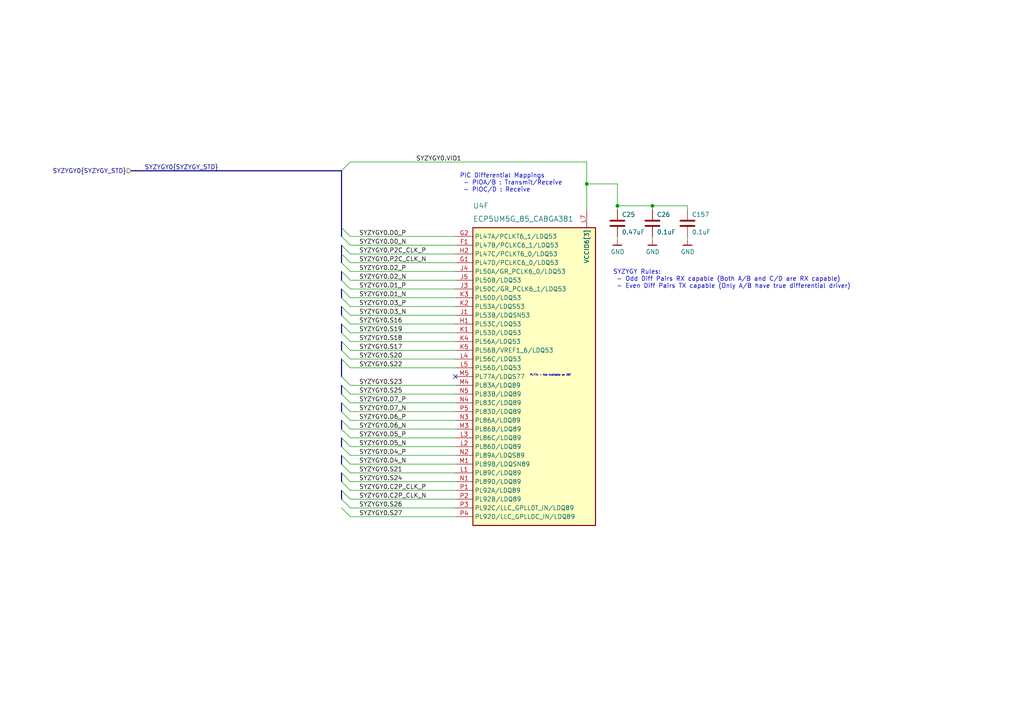
<source format=kicad_sch>
(kicad_sch (version 20200618) (host eeschema "5.99.0-unknown-73168a9~101~ubuntu18.04.1")
  (page 9 18)
  (paper "A4")
  (title_block (title "ButterStick") (date "2020-07-17") (rev "r1.0") (company "GsD") (comment 1 "Functional prototyping board for the Lattice ECP5."))
  (lib_symbols
    (symbol "Device:C" (pin_numbers hide) (pin_names (offset 0.254))
      (property "Reference" "C" (at 0.635 2.54 0))
      (property "Value" "C" (at 0.635 -2.54 0))
      (symbol "C_0_1"
        (polyline (pts (xy -2.032 -0.762) (xy 2.032 -0.762)) (stroke (width 0.508)))
        (polyline (pts (xy -2.032 0.762) (xy 2.032 0.762)) (stroke (width 0.508)))
      )
      (symbol "C_1_1"
        (pin passive line (at 0 3.81 270) (length 2.794) (name "~") (number "1"))
        (pin passive line (at 0 -3.81 90) (length 2.794) (name "~") (number "2"))
      )
    )
    (symbol "gkl_lattice:ECP5UM5G_85_CABGA381"
      (property "Reference" "U" (at 3.81 6.35 0))
      (property "Value" "ECP5UM5G_85_CABGA381" (at 3.81 3.81 0))
      (symbol "ECP5UM5G_85_CABGA381_1_1"
        (rectangle (start 5.08 16.51) (end 43.18 -11.43) (stroke (width 0.3048)) (fill (type background)))
        (pin power_in line (at 40.64 -16.51 90) (length 5.08) (name "GND[85]") (number "B14"))
        (pin power_in line (at 40.64 -16.51 90) (length 5.08) (name "GND[85]") (number "B7"))
        (pin power_in line (at 40.64 -16.51 90) (length 5.08) (name "GND[85]") (number "C19"))
        (pin power_in line (at 40.64 -16.51 90) (length 5.08) (name "GND[85]") (number "D4"))
        (pin power_in line (at 40.64 -16.51 90) (length 5.08) (name "GND[85]") (number "F13"))
        (pin power_in line (at 40.64 -16.51 90) (length 5.08) (name "GND[85]") (number "F14"))
        (pin power_in line (at 17.78 21.59 270) (length 5.08) (name "VCCAUX[4]") (number "F15"))
        (pin power_in line (at 17.78 21.59 270) (length 5.08) (name "VCCAUX[4]") (number "F6"))
        (pin power_in line (at 40.64 -16.51 90) (length 5.08) (name "GND[85]") (number "F7"))
        (pin power_in line (at 40.64 -16.51 90) (length 5.08) (name "GND[85]") (number "F8"))
        (pin power_in line (at 40.64 -16.51 90) (length 5.08) (name "GND[85]") (number "G10"))
        (pin power_in line (at 40.64 -16.51 90) (length 5.08) (name "GND[85]") (number "G11"))
        (pin power_in line (at 40.64 -16.51 90) (length 5.08) (name "GND[85]") (number "G12"))
        (pin power_in line (at 40.64 -16.51 90) (length 5.08) (name "GND[85]") (number "G13"))
        (pin power_in line (at 40.64 -16.51 90) (length 5.08) (name "GND[85]") (number "G14"))
        (pin power_in line (at 40.64 -16.51 90) (length 5.08) (name "GND[85]") (number "G15"))
        (pin power_in line (at 40.64 -16.51 90) (length 5.08) (name "GND[85]") (number "G17"))
        (pin power_in line (at 40.64 -16.51 90) (length 5.08) (name "GND[85]") (number "G4"))
        (pin power_in line (at 40.64 -16.51 90) (length 5.08) (name "GND[85]") (number "G6"))
        (pin power_in line (at 40.64 -16.51 90) (length 5.08) (name "GND[85]") (number "G7"))
        (pin power_in line (at 40.64 -16.51 90) (length 5.08) (name "GND[85]") (number "G8"))
        (pin power_in line (at 40.64 -16.51 90) (length 5.08) (name "GND[85]") (number "G9"))
        (pin power_in line (at 40.64 21.59 270) (length 5.08) (name "VCC[20]") (number "H10"))
        (pin power_in line (at 40.64 21.59 270) (length 5.08) (name "VCC[20]") (number "H11"))
        (pin power_in line (at 40.64 21.59 270) (length 5.08) (name "VCC[20]") (number "H12"))
        (pin power_in line (at 40.64 21.59 270) (length 5.08) (name "VCC[20]") (number "H13"))
        (pin power_in line (at 40.64 -16.51 90) (length 5.08) (name "GND[85]") (number "H19"))
        (pin power_in line (at 40.64 21.59 270) (length 5.08) (name "VCC[20]") (number "H8"))
        (pin power_in line (at 40.64 21.59 270) (length 5.08) (name "VCC[20]") (number "H9"))
        (pin power_in line (at 40.64 -16.51 90) (length 5.08) (name "GND[85]") (number "J10"))
        (pin power_in line (at 40.64 -16.51 90) (length 5.08) (name "GND[85]") (number "J11"))
        (pin power_in line (at 40.64 -16.51 90) (length 5.08) (name "GND[85]") (number "J12"))
        (pin power_in line (at 40.64 21.59 270) (length 5.08) (name "VCC[20]") (number "J13"))
        (pin power_in line (at 40.64 -16.51 90) (length 5.08) (name "GND[85]") (number "J14"))
        (pin power_in line (at 40.64 -16.51 90) (length 5.08) (name "GND[85]") (number "J2"))
        (pin power_in line (at 40.64 -16.51 90) (length 5.08) (name "GND[85]") (number "J7"))
        (pin power_in line (at 40.64 21.59 270) (length 5.08) (name "VCC[20]") (number "J8"))
        (pin power_in line (at 40.64 -16.51 90) (length 5.08) (name "GND[85]") (number "J9"))
        (pin power_in line (at 40.64 -16.51 90) (length 5.08) (name "GND[85]") (number "K10"))
        (pin power_in line (at 40.64 -16.51 90) (length 5.08) (name "GND[85]") (number "K11"))
        (pin power_in line (at 40.64 -16.51 90) (length 5.08) (name "GND[85]") (number "K12"))
        (pin power_in line (at 40.64 21.59 270) (length 5.08) (name "VCC[20]") (number "K13"))
        (pin power_in line (at 40.64 -16.51 90) (length 5.08) (name "GND[85]") (number "K14"))
        (pin power_in line (at 40.64 -16.51 90) (length 5.08) (name "GND[85]") (number "K15"))
        (pin power_in line (at 40.64 -16.51 90) (length 5.08) (name "GND[85]") (number "K6"))
        (pin power_in line (at 40.64 -16.51 90) (length 5.08) (name "GND[85]") (number "K7"))
        (pin power_in line (at 40.64 21.59 270) (length 5.08) (name "VCC[20]") (number "K8"))
        (pin power_in line (at 40.64 -16.51 90) (length 5.08) (name "GND[85]") (number "K9"))
        (pin power_in line (at 40.64 -16.51 90) (length 5.08) (name "GND[85]") (number "L10"))
        (pin power_in line (at 40.64 -16.51 90) (length 5.08) (name "GND[85]") (number "L11"))
        (pin power_in line (at 40.64 -16.51 90) (length 5.08) (name "GND[85]") (number "L12"))
        (pin power_in line (at 40.64 21.59 270) (length 5.08) (name "VCC[20]") (number "L13"))
        (pin power_in line (at 40.64 21.59 270) (length 5.08) (name "VCC[20]") (number "L8"))
        (pin power_in line (at 40.64 -16.51 90) (length 5.08) (name "GND[85]") (number "L9"))
        (pin power_in line (at 40.64 -16.51 90) (length 5.08) (name "GND[85]") (number "M10"))
        (pin power_in line (at 40.64 -16.51 90) (length 5.08) (name "GND[85]") (number "M11"))
        (pin power_in line (at 40.64 -16.51 90) (length 5.08) (name "GND[85]") (number "M12"))
        (pin power_in line (at 40.64 21.59 270) (length 5.08) (name "VCC[20]") (number "M13"))
        (pin power_in line (at 40.64 -16.51 90) (length 5.08) (name "GND[85]") (number "M14"))
        (pin power_in line (at 40.64 -16.51 90) (length 5.08) (name "GND[85]") (number "M16"))
        (pin power_in line (at 40.64 -16.51 90) (length 5.08) (name "GND[85]") (number "M2"))
        (pin power_in line (at 40.64 -16.51 90) (length 5.08) (name "GND[85]") (number "M7"))
        (pin power_in line (at 40.64 21.59 270) (length 5.08) (name "VCC[20]") (number "M8"))
        (pin power_in line (at 40.64 -16.51 90) (length 5.08) (name "GND[85]") (number "M9"))
        (pin power_in line (at 40.64 21.59 270) (length 5.08) (name "VCC[20]") (number "N10"))
        (pin power_in line (at 40.64 21.59 270) (length 5.08) (name "VCC[20]") (number "N11"))
        (pin power_in line (at 40.64 21.59 270) (length 5.08) (name "VCC[20]") (number "N12"))
        (pin power_in line (at 40.64 21.59 270) (length 5.08) (name "VCC[20]") (number "N13"))
        (pin power_in line (at 40.64 -16.51 90) (length 5.08) (name "GND[85]") (number "N14"))
        (pin power_in line (at 40.64 -16.51 90) (length 5.08) (name "GND[85]") (number "N15"))
        (pin power_in line (at 40.64 -16.51 90) (length 5.08) (name "GND[85]") (number "N6"))
        (pin power_in line (at 40.64 -16.51 90) (length 5.08) (name "GND[85]") (number "N7"))
        (pin power_in line (at 40.64 21.59 270) (length 5.08) (name "VCC[20]") (number "N8"))
        (pin power_in line (at 40.64 21.59 270) (length 5.08) (name "VCC[20]") (number "N9"))
        (pin power_in line (at 40.64 -16.51 90) (length 5.08) (name "GND[85]") (number "P11"))
        (pin power_in line (at 40.64 -16.51 90) (length 5.08) (name "GND[85]") (number "P12"))
        (pin power_in line (at 40.64 -16.51 90) (length 5.08) (name "GND[85]") (number "P13"))
        (pin power_in line (at 40.64 -16.51 90) (length 5.08) (name "GND[85]") (number "P14"))
        (pin power_in line (at 17.78 21.59 270) (length 5.08) (name "VCCAUX[4]") (number "P15"))
        (pin power_in line (at 17.78 21.59 270) (length 5.08) (name "VCCAUX[4]") (number "P6"))
        (pin power_in line (at 40.64 -16.51 90) (length 5.08) (name "GND[85]") (number "P7"))
        (pin power_in line (at 40.64 -16.51 90) (length 5.08) (name "GND[85]") (number "P8"))
        (pin power_in line (at 40.64 -16.51 90) (length 5.08) (name "GND[85]") (number "R19"))
        (pin power_in line (at 35.56 21.59 270) (length 5.08) (name "VCCHTX1_D0CH1") (number "T10"))
        (pin power_in line (at 33.02 21.59 270) (length 5.08) (name "VCCHTX0_D1CH0") (number "T11"))
        (pin power_in line (at 22.86 21.59 270) (length 5.08) (name "VCCHRX0_D1CH0") (number "T12"))
        (pin power_in line (at 27.94 21.59 270) (length 5.08) (name "VCCHRX1_D1CH1") (number "T13"))
        (pin power_in line (at 38.1 21.59 270) (length 5.08) (name "VCCHTX1_D1CH1") (number "T14"))
        (pin power_in line (at 10.16 21.59 270) (length 5.08) (name "VCCA1[2]") (number "T15"))
        (pin power_in line (at 7.62 21.59 270) (length 5.08) (name "VCCA0[2]") (number "T6"))
        (pin power_in line (at 30.48 21.59 270) (length 5.08) (name "VCCHTX0_D0CH0") (number "T7"))
        (pin power_in line (at 20.32 21.59 270) (length 5.08) (name "VCCHRX0_D0CH0") (number "T8"))
        (pin power_in line (at 25.4 21.59 270) (length 5.08) (name "VCCHRX1_D0CH1") (number "T9"))
        (pin power_in line (at 40.64 -16.51 90) (length 5.08) (name "GND[85]") (number "U10"))
        (pin power_in line (at 40.64 -16.51 90) (length 5.08) (name "GND[85]") (number "U11"))
        (pin power_in line (at 40.64 -16.51 90) (length 5.08) (name "GND[85]") (number "U12"))
        (pin power_in line (at 40.64 -16.51 90) (length 5.08) (name "GND[85]") (number "U13"))
        (pin power_in line (at 40.64 -16.51 90) (length 5.08) (name "GND[85]") (number "U14"))
        (pin power_in line (at 10.16 21.59 270) (length 5.08) (name "VCCA1[2]") (number "U15"))
        (pin power_in line (at 7.62 21.59 270) (length 5.08) (name "VCCA0[2]") (number "U6"))
        (pin power_in line (at 40.64 -16.51 90) (length 5.08) (name "GND[85]") (number "U7"))
        (pin power_in line (at 40.64 -16.51 90) (length 5.08) (name "GND[85]") (number "U8"))
        (pin power_in line (at 40.64 -16.51 90) (length 5.08) (name "GND[85]") (number "U9"))
        (pin power_in line (at 12.7 21.59 270) (length 5.08) (name "VCCAUXA0[2]") (number "V10"))
        (pin power_in line (at 12.7 21.59 270) (length 5.08) (name "VCCAUXA0[2]") (number "V11"))
        (pin power_in line (at 40.64 -16.51 90) (length 5.08) (name "GND[85]") (number "V12"))
        (pin power_in line (at 40.64 -16.51 90) (length 5.08) (name "GND[85]") (number "V13"))
        (pin power_in line (at 40.64 -16.51 90) (length 5.08) (name "GND[85]") (number "V14"))
        (pin power_in line (at 40.64 -16.51 90) (length 5.08) (name "GND[85]") (number "V15"))
        (pin power_in line (at 40.64 -16.51 90) (length 5.08) (name "GND[85]") (number "V16"))
        (pin power_in line (at 15.24 21.59 270) (length 5.08) (name "VCCAUXA1[2]") (number "V17"))
        (pin power_in line (at 15.24 21.59 270) (length 5.08) (name "VCCAUXA1[2]") (number "V18"))
        (pin power_in line (at 40.64 -16.51 90) (length 5.08) (name "GND[85]") (number "V19"))
        (pin power_in line (at 40.64 -16.51 90) (length 5.08) (name "GND[85]") (number "V20"))
        (pin power_in line (at 40.64 -16.51 90) (length 5.08) (name "GND[85]") (number "V5"))
        (pin power_in line (at 40.64 -16.51 90) (length 5.08) (name "GND[85]") (number "V6"))
        (pin power_in line (at 40.64 -16.51 90) (length 5.08) (name "GND[85]") (number "V7"))
        (pin power_in line (at 40.64 -16.51 90) (length 5.08) (name "GND[85]") (number "V8"))
        (pin power_in line (at 40.64 -16.51 90) (length 5.08) (name "GND[85]") (number "V9"))
        (pin bidirectional line (at 0 0 0) (length 5.08) (name "RESERVED") (number "W10"))
        (pin bidirectional line (at 0 -2.54 0) (length 5.08) (name "RESERVED") (number "W11"))
        (pin power_in line (at 40.64 -16.51 90) (length 5.08) (name "GND[85]") (number "W12"))
        (pin power_in line (at 40.64 -16.51 90) (length 5.08) (name "GND[85]") (number "W15"))
        (pin power_in line (at 40.64 -16.51 90) (length 5.08) (name "GND[85]") (number "W16"))
        (pin power_in line (at 40.64 -16.51 90) (length 5.08) (name "GND[85]") (number "W19"))
        (pin power_in line (at 40.64 -16.51 90) (length 5.08) (name "GND[85]") (number "W6"))
        (pin power_in line (at 40.64 -16.51 90) (length 5.08) (name "GND[85]") (number "W7"))
      )
      (symbol "ECP5UM5G_85_CABGA381_2_1"
        (rectangle (start 5.08 2.54) (end 40.64 -68.58) (stroke (width 0.3048)) (fill (type background)))
        (pin bidirectional line (at 0 -58.42 0) (length 5.08) (name "PT63A/PCLKT0_1") (number "A10"))
        (pin bidirectional line (at 0 -60.96 0) (length 5.08) (name "PT63B/PCLKC0_1") (number "A11"))
        (pin bidirectional line (at 0 0 0) (length 5.08) (name "PT4A/ULC_GPLL1T_IN") (number "A6"))
        (pin bidirectional line (at 0 -30.48 0) (length 5.08) (name "PT18A") (number "A7"))
        (pin bidirectional line (at 0 -33.02 0) (length 5.08) (name "PT18B") (number "A8"))
        (pin bidirectional line (at 0 -53.34 0) (length 5.08) (name "PT60A/GR_PCLK0_1") (number "A9"))
        (pin bidirectional line (at 0 -55.88 0) (length 5.08) (name "PT60B/GR_PCLK0_0") (number "B10"))
        (pin bidirectional line (at 0 -63.5 0) (length 5.08) (name "PT65A/PCLKT0_0") (number "B11"))
        (pin bidirectional line (at 0 -2.54 0) (length 5.08) (name "PT4B/ULC_GPLL1C_IN") (number "B6"))
        (pin bidirectional line (at 0 -27.94 0) (length 5.08) (name "PT15B") (number "B8"))
        (pin bidirectional line (at 0 -48.26 0) (length 5.08) (name "PT58A") (number "B9"))
        (pin bidirectional line (at 0 -50.8 0) (length 5.08) (name "PT58B") (number "C10"))
        (pin bidirectional line (at 0 -66.04 0) (length 5.08) (name "PT65B/PCLKC0_0") (number "C11"))
        (pin bidirectional line (at 0 -15.24 0) (length 5.08) (name "PT11A") (number "C6"))
        (pin bidirectional line (at 0 -17.78 0) (length 5.08) (name "PT11B") (number "C7"))
        (pin bidirectional line (at 0 -25.4 0) (length 5.08) (name "PT15A") (number "C8"))
        (pin bidirectional line (at 0 -40.64 0) (length 5.08) (name "PT54A") (number "C9"))
        (pin bidirectional line (at 0 -43.18 0) (length 5.08) (name "PT56A") (number "D10"))
        (pin bidirectional line (at 0 -7.62 0) (length 5.08) (name "PT6B") (number "D6"))
        (pin bidirectional line (at 0 -12.7 0) (length 5.08) (name "PT9B") (number "D7"))
        (pin bidirectional line (at 0 -22.86 0) (length 5.08) (name "PT13B") (number "D8"))
        (pin bidirectional line (at 0 -35.56 0) (length 5.08) (name "PT20A") (number "D9"))
        (pin bidirectional line (at 0 -45.72 0) (length 5.08) (name "PT56B") (number "E10"))
        (pin bidirectional line (at 0 -5.08 0) (length 5.08) (name "PT6A") (number "E6"))
        (pin bidirectional line (at 0 -10.16 0) (length 5.08) (name "PT9A") (number "E7"))
        (pin bidirectional line (at 0 -20.32 0) (length 5.08) (name "PT13A") (number "E8"))
        (pin bidirectional line (at 0 -38.1 0) (length 5.08) (name "PT20B") (number "E9"))
        (pin power_in line (at 38.1 7.62 270) (length 5.08) (name "VCCIO0[2]") (number "F10"))
        (pin power_in line (at 38.1 7.62 270) (length 5.08) (name "VCCIO0[2]") (number "F9"))
      )
      (symbol "ECP5UM5G_85_CABGA381_3_1"
        (rectangle (start 5.08 2.54) (end 40.64 -83.82) (stroke (width 0.3048)) (fill (type background)))
        (pin bidirectional line (at 0 -15.24 0) (length 5.08) (name "PT76A") (number "A12"))
        (pin bidirectional line (at 0 -17.78 0) (length 5.08) (name "PT76B") (number "A13"))
        (pin bidirectional line (at 0 -30.48 0) (length 5.08) (name "PT83A") (number "A14"))
        (pin bidirectional line (at 0 -40.64 0) (length 5.08) (name "PT103A") (number "A15"))
        (pin bidirectional line (at 0 -53.34 0) (length 5.08) (name "PT110A") (number "A16"))
        (pin bidirectional line (at 0 -68.58 0) (length 5.08) (name "PT116A") (number "A17"))
        (pin bidirectional line (at 0 -73.66 0) (length 5.08) (name "PT119A") (number "A18"))
        (pin bidirectional line (at 0 -78.74 0) (length 5.08) (name "PT121A/URC_GPLL1T_IN") (number "A19"))
        (pin bidirectional line (at 0 -5.08 0) (length 5.08) (name "PT71A/PCLKT1_0") (number "B12"))
        (pin bidirectional line (at 0 -20.32 0) (length 5.08) (name "PT78A") (number "B13"))
        (pin bidirectional line (at 0 -43.18 0) (length 5.08) (name "PT105A") (number "B15"))
        (pin bidirectional line (at 0 -55.88 0) (length 5.08) (name "PT110B") (number "B16"))
        (pin bidirectional line (at 0 -63.5 0) (length 5.08) (name "PT114A") (number "B17"))
        (pin bidirectional line (at 0 -71.12 0) (length 5.08) (name "PT116B") (number "B18"))
        (pin bidirectional line (at 0 -76.2 0) (length 5.08) (name "PT119B") (number "B19"))
        (pin bidirectional line (at 0 -81.28 0) (length 5.08) (name "PT121B/URC_GPLL1C_IN") (number "B20"))
        (pin bidirectional line (at 0 -7.62 0) (length 5.08) (name "PT71B/PCLKC1_0") (number "C12"))
        (pin bidirectional line (at 0 -22.86 0) (length 5.08) (name "PT78B") (number "C13"))
        (pin bidirectional line (at 0 -33.02 0) (length 5.08) (name "PT83B") (number "C14"))
        (pin bidirectional line (at 0 -45.72 0) (length 5.08) (name "PT105B") (number "C15"))
        (pin bidirectional line (at 0 -58.42 0) (length 5.08) (name "PT112A") (number "C16"))
        (pin bidirectional line (at 0 -66.04 0) (length 5.08) (name "PT114B") (number "C17"))
        (pin bidirectional line (at 0 0 0) (length 5.08) (name "PT69A/PCLKT1_1") (number "D11"))
        (pin bidirectional line (at 0 -10.16 0) (length 5.08) (name "PT74A/GR_PCLK1_0") (number "D12"))
        (pin bidirectional line (at 0 -25.4 0) (length 5.08) (name "PT80A") (number "D13"))
        (pin bidirectional line (at 0 -35.56 0) (length 5.08) (name "PT85A") (number "D14"))
        (pin bidirectional line (at 0 -48.26 0) (length 5.08) (name "PT107A") (number "D15"))
        (pin bidirectional line (at 0 -60.96 0) (length 5.08) (name "PT112B") (number "D16"))
        (pin bidirectional line (at 0 -2.54 0) (length 5.08) (name "PT69B/PCLKC1_1") (number "E11"))
        (pin bidirectional line (at 0 -12.7 0) (length 5.08) (name "PT74B/GR_PCLK1_1") (number "E12"))
        (pin bidirectional line (at 0 -27.94 0) (length 5.08) (name "PT80B") (number "E13"))
        (pin bidirectional line (at 0 -38.1 0) (length 5.08) (name "PT85B") (number "E14"))
        (pin bidirectional line (at 0 -50.8 0) (length 5.08) (name "PT107B") (number "E15"))
        (pin power_in line (at 38.1 7.62 270) (length 5.08) (name "VCCIO1[2]") (number "F11"))
        (pin power_in line (at 38.1 7.62 270) (length 5.08) (name "VCCIO1[2]") (number "F12"))
      )
      (symbol "ECP5UM5G_85_CABGA381_4_1"
        (rectangle (start 5.08 2.54) (end 40.64 -86.36) (stroke (width 0.3048)) (fill (type background)))
        (pin bidirectional line (at 0 0 0) (length 5.08) (name "PR11A/URC_GPLL0T_IN/RDQ17") (number "C18"))
        (pin bidirectional line (at 0 -45.72 0) (length 5.08) (name "PR35A/RDQ41") (number "C20"))
        (pin bidirectional line (at 0 -2.54 0) (length 5.08) (name "PR11B/URC_GPLL0C_IN/RDQ17") (number "D17"))
        (pin bidirectional line (at 0 -10.16 0) (length 5.08) (name "PR14A/RDQ17") (number "D18"))
        (pin bidirectional line (at 0 -48.26 0) (length 5.08) (name "PR35B/RDQ41") (number "D19"))
        (pin bidirectional line (at 0 -50.8 0) (length 5.08) (name "PR35C/VREF1_2/RDQ41") (number "D20"))
        (pin bidirectional line (at 0 -5.08 0) (length 5.08) (name "PR11C/RDQ17") (number "E16"))
        (pin bidirectional line (at 0 -12.7 0) (length 5.08) (name "PR14B/RDQ17") (number "E17"))
        (pin bidirectional line (at 0 -15.24 0) (length 5.08) (name "PR14C/RDQ17") (number "E18"))
        (pin bidirectional line (at 0 -53.34 0) (length 5.08) (name "PR35D/RDQ41") (number "E19"))
        (pin bidirectional line (at 0 -55.88 0) (length 5.08) (name "PR38A/RDQ41") (number "E20"))
        (pin bidirectional line (at 0 -7.62 0) (length 5.08) (name "PR11D/RDQ17") (number "F16"))
        (pin bidirectional line (at 0 -20.32 0) (length 5.08) (name "PR17A/RDQS17") (number "F17"))
        (pin bidirectional line (at 0 -17.78 0) (length 5.08) (name "PR14D/RDQ17") (number "F18"))
        (pin bidirectional line (at 0 -58.42 0) (length 5.08) (name "PR38B/RDQ41") (number "F19"))
        (pin bidirectional line (at 0 -60.96 0) (length 5.08) (name "PR38C/RDQ41") (number "F20"))
        (pin bidirectional line (at 0 -25.4 0) (length 5.08) (name "PR17C/RDQ17") (number "G16"))
        (pin bidirectional line (at 0 -22.86 0) (length 5.08) (name "PR17B/RDQSN17") (number "G18"))
        (pin bidirectional line (at 0 -66.04 0) (length 5.08) (name "PR41A/GR_PCLK2_1/RDQS41") (number "G19"))
        (pin bidirectional line (at 0 -63.5 0) (length 5.08) (name "PR38D/RDQ41") (number "G20"))
        (pin power_in line (at 38.1 7.62 270) (length 5.08) (name "VCCIO2[3]") (number "H14"))
        (pin power_in line (at 38.1 7.62 270) (length 5.08) (name "VCCIO2[3]") (number "H15"))
        (pin bidirectional line (at 0 -27.94 0) (length 5.08) (name "PR17D/RDQ17") (number "H16"))
        (pin bidirectional line (at 0 -33.02 0) (length 5.08) (name "PR20B/RDQ17") (number "H17"))
        (pin bidirectional line (at 0 -30.48 0) (length 5.08) (name "PR20A/RDQ17") (number "H18"))
        (pin bidirectional line (at 0 -68.58 0) (length 5.08) (name "PR41B/RDQSN41") (number "H20"))
        (pin power_in line (at 38.1 7.62 270) (length 5.08) (name "VCCIO2[3]") (number "J15"))
        (pin bidirectional line (at 0 -38.1 0) (length 5.08) (name "PR20D/RDQ17") (number "J16"))
        (pin bidirectional line (at 0 -35.56 0) (length 5.08) (name "PR20C/RDQ17") (number "J17"))
        (pin bidirectional line (at 0 -71.12 0) (length 5.08) (name "PR41C/GR_PCLK2_0/RDQ41") (number "J18"))
        (pin bidirectional line (at 0 -76.2 0) (length 5.08) (name "PR44A/PCLKT2_1/RDQ41") (number "J19"))
        (pin bidirectional line (at 0 -81.28 0) (length 5.08) (name "PR44C/PCLKT2_0/RDQ41") (number "J20"))
        (pin bidirectional line (at 0 -40.64 0) (length 5.08) (name "PR29A/RDQS29") (number "K16"))
        (pin bidirectional line (at 0 -43.18 0) (length 5.08) (name "PR29B/RDQSN29") (number "K17"))
        (pin bidirectional line (at 0 -73.66 0) (length 5.08) (name "PR41D/RDQ41") (number "K18"))
        (pin bidirectional line (at 0 -78.74 0) (length 5.08) (name "PR44B/PCLKC2_1/RDQ41") (number "K19"))
        (pin bidirectional line (at 0 -83.82 0) (length 5.08) (name "PR44D/PCLKC2_0/RDQ41") (number "K20"))
      )
      (symbol "ECP5UM5G_85_CABGA381_5_1"
        (rectangle (start 5.08 2.54) (end 40.64 -83.82) (stroke (width 0.3048)) (fill (type background)))
        (pin power_in line (at 38.1 7.62 270) (length 5.08) (name "VCCIO3[3]") (number "L14"))
        (pin power_in line (at 38.1 7.62 270) (length 5.08) (name "VCCIO3[3]") (number "L15"))
        (pin bidirectional line (at 0 -10.16 0) (length 5.08) (name "PR50A/GR_PCLK3_0/RDQ53") (number "L16"))
        (pin bidirectional line (at 0 -12.7 0) (length 5.08) (name "PR50B/RDQ53") (number "L17"))
        (pin bidirectional line (at 0 -15.24 0) (length 5.08) (name "PR50C/GR_PCLK3_1/RDQ53") (number "L18"))
        (pin bidirectional line (at 0 -5.08 0) (length 5.08) (name "PR47C/PCLKT3_0/RDQ53") (number "L19"))
        (pin bidirectional line (at 0 0 0) (length 5.08) (name "PR47A/PCLKT3_1/RDQ53") (number "L20"))
        (pin power_in line (at 38.1 7.62 270) (length 5.08) (name "VCCIO3[3]") (number "M15"))
        (pin bidirectional line (at 0 -22.86 0) (length 5.08) (name "PR53B/RDQSN53") (number "M17"))
        (pin bidirectional line (at 0 -17.78 0) (length 5.08) (name "PR50D/RDQ53") (number "M18"))
        (pin bidirectional line (at 0 -7.62 0) (length 5.08) (name "PR47D/PCLKC3_0/RDQ53") (number "M19"))
        (pin bidirectional line (at 0 -2.54 0) (length 5.08) (name "PR47B/PCLKC3_1/RDQ53") (number "M20"))
        (pin bidirectional line (at 0 -20.32 0) (length 5.08) (name "PR53A/RDQS53") (number "N16"))
        (pin bidirectional line (at 0 -30.48 0) (length 5.08) (name "PR56A/RDQ53") (number "N17"))
        (pin bidirectional line (at 0 -25.4 0) (length 5.08) (name "PR53C/RDQ53") (number "N18"))
        (pin bidirectional line (at 0 -43.18 0) (length 5.08) (name "PR83A/RDQ89") (number "N19"))
        (pin bidirectional line (at 0 -45.72 0) (length 5.08) (name "PR83B/RDQ89") (number "N20"))
        (pin bidirectional line (at 0 -33.02 0) (length 5.08) (name "PR56B/VREF1_3/RDQ53") (number "P16"))
        (pin bidirectional line (at 0 -27.94 0) (length 5.08) (name "PR53D/RDQ53") (number "P17"))
        (pin bidirectional line (at 0 -50.8 0) (length 5.08) (name "PR83D/RDQ89") (number "P18"))
        (pin bidirectional line (at 0 -48.26 0) (length 5.08) (name "PR83C/RDQ89") (number "P19"))
        (pin bidirectional line (at 0 -53.34 0) (length 5.08) (name "PR86A/RDQ89") (number "P20"))
        (pin bidirectional line (at 0 -35.56 0) (length 5.08) (name "PR56C/RDQ53") (number "R16"))
        (pin bidirectional line (at 0 -38.1 0) (length 5.08) (name "PR56D/RDQ53") (number "R17"))
        (pin bidirectional line (at 0 -66.04 0) (length 5.08) (name "PR89B/RDQSN89") (number "R18"))
        (pin bidirectional line (at 0 -55.88 0) (length 5.08) (name "PR86B/RDQ89") (number "R20"))
        (pin bidirectional line (at 0 -40.64 0) (length 5.08) (name "PR77A/RDQS77") (number "T16"))
        (pin bidirectional line (at 0 -81.28 0) (length 5.08) (name "PR92D/LRC_GPLL0C_IN/RDQ89") (number "T17"))
        (pin bidirectional line (at 0 -71.12 0) (length 5.08) (name "PR89D/RDQ89") (number "T18"))
        (pin bidirectional line (at 0 -63.5 0) (length 5.08) (name "PR89A/RDQS89") (number "T19"))
        (pin bidirectional line (at 0 -58.42 0) (length 5.08) (name "PR86C/RDQ89") (number "T20"))
        (pin bidirectional line (at 0 -78.74 0) (length 5.08) (name "PR92C/LRC_GPLL0T_IN/RDQ89") (number "U16"))
        (pin bidirectional line (at 0 -76.2 0) (length 5.08) (name "PR92B/RDQ89") (number "U17"))
        (pin bidirectional line (at 0 -73.66 0) (length 5.08) (name "PR92A/RDQ89") (number "U18"))
        (pin bidirectional line (at 0 -68.58 0) (length 5.08) (name "PR89C/RDQ89") (number "U19"))
        (pin bidirectional line (at 0 -60.96 0) (length 5.08) (name "PR86D/RDQ89") (number "U20"))
      )
      (symbol "ECP5UM5G_85_CABGA381_6_1"
        (rectangle (start 5.08 2.54) (end 40.64 -83.82) (stroke (width 0.3048)) (fill (type background)))
        (pin bidirectional line (at 0 -2.54 0) (length 5.08) (name "PL47B/PCLKC6_1/LDQ53") (number "F1"))
        (pin bidirectional line (at 0 -7.62 0) (length 5.08) (name "PL47D/PCLKC6_0/LDQ53") (number "G1"))
        (pin bidirectional line (at 0 0 0) (length 5.08) (name "PL47A/PCLKT6_1/LDQ53") (number "G2"))
        (pin bidirectional line (at 0 -25.4 0) (length 5.08) (name "PL53C/LDQ53") (number "H1"))
        (pin bidirectional line (at 0 -5.08 0) (length 5.08) (name "PL47C/PCLKT6_0/LDQ53") (number "H2"))
        (pin bidirectional line (at 0 -22.86 0) (length 5.08) (name "PL53B/LDQSN53") (number "J1"))
        (pin bidirectional line (at 0 -15.24 0) (length 5.08) (name "PL50C/GR_PCLK6_1/LDQ53") (number "J3"))
        (pin bidirectional line (at 0 -10.16 0) (length 5.08) (name "PL50A/GR_PCLK6_0/LDQ53") (number "J4"))
        (pin bidirectional line (at 0 -12.7 0) (length 5.08) (name "PL50B/LDQ53") (number "J5"))
        (pin bidirectional line (at 0 -27.94 0) (length 5.08) (name "PL53D/LDQ53") (number "K1"))
        (pin bidirectional line (at 0 -20.32 0) (length 5.08) (name "PL53A/LDQS53") (number "K2"))
        (pin bidirectional line (at 0 -17.78 0) (length 5.08) (name "PL50D/LDQ53") (number "K3"))
        (pin bidirectional line (at 0 -30.48 0) (length 5.08) (name "PL56A/LDQ53") (number "K4"))
        (pin bidirectional line (at 0 -33.02 0) (length 5.08) (name "PL56B/VREF1_6/LDQ53") (number "K5"))
        (pin bidirectional line (at 0 -68.58 0) (length 5.08) (name "PL89C/LDQ89") (number "L1"))
        (pin bidirectional line (at 0 -60.96 0) (length 5.08) (name "PL86D/LDQ89") (number "L2"))
        (pin bidirectional line (at 0 -58.42 0) (length 5.08) (name "PL86C/LDQ89") (number "L3"))
        (pin bidirectional line (at 0 -35.56 0) (length 5.08) (name "PL56C/LDQ53") (number "L4"))
        (pin bidirectional line (at 0 -38.1 0) (length 5.08) (name "PL56D/LDQ53") (number "L5"))
        (pin power_in line (at 38.1 7.62 270) (length 5.08) (name "VCCIO6[3]") (number "L6"))
        (pin power_in line (at 38.1 7.62 270) (length 5.08) (name "VCCIO6[3]") (number "L7"))
        (pin bidirectional line (at 0 -66.04 0) (length 5.08) (name "PL89B/LDQSN89") (number "M1"))
        (pin bidirectional line (at 0 -55.88 0) (length 5.08) (name "PL86B/LDQ89") (number "M3"))
        (pin bidirectional line (at 0 -43.18 0) (length 5.08) (name "PL83A/LDQ89") (number "M4"))
        (pin bidirectional line (at 0 -40.64 0) (length 5.08) (name "PL77A/LDQS77") (number "M5"))
        (pin power_in line (at 38.1 7.62 270) (length 5.08) (name "VCCIO6[3]") (number "M6"))
        (pin bidirectional line (at 0 -71.12 0) (length 5.08) (name "PL89D/LDQ89") (number "N1"))
        (pin bidirectional line (at 0 -63.5 0) (length 5.08) (name "PL89A/LDQS89") (number "N2"))
        (pin bidirectional line (at 0 -53.34 0) (length 5.08) (name "PL86A/LDQ89") (number "N3"))
        (pin bidirectional line (at 0 -48.26 0) (length 5.08) (name "PL83C/LDQ89") (number "N4"))
        (pin bidirectional line (at 0 -45.72 0) (length 5.08) (name "PL83B/LDQ89") (number "N5"))
        (pin bidirectional line (at 0 -73.66 0) (length 5.08) (name "PL92A/LDQ89") (number "P1"))
        (pin bidirectional line (at 0 -76.2 0) (length 5.08) (name "PL92B/LDQ89") (number "P2"))
        (pin bidirectional line (at 0 -78.74 0) (length 5.08) (name "PL92C/LLC_GPLL0T_IN/LDQ89") (number "P3"))
        (pin bidirectional line (at 0 -81.28 0) (length 5.08) (name "PL92D/LLC_GPLL0C_IN/LDQ89") (number "P4"))
        (pin bidirectional line (at 0 -50.8 0) (length 5.08) (name "PL83D/LDQ89") (number "P5"))
      )
      (symbol "ECP5UM5G_85_CABGA381_7_1"
        (rectangle (start 5.08 2.54) (end 40.64 -81.28) (stroke (width 0.3048)) (fill (type background)))
        (pin bidirectional line (at 0 -40.64 0) (length 5.08) (name "PL35A/LDQ41") (number "A2"))
        (pin bidirectional line (at 0 -15.24 0) (length 5.08) (name "PL14C/LDQ17") (number "A3"))
        (pin bidirectional line (at 0 0 0) (length 5.08) (name "PL11A/ULC_GPLL0T_IN/LDQ17") (number "A4"))
        (pin bidirectional line (at 0 -2.54 0) (length 5.08) (name "PL11B/ULC_GPLL0C_IN/LDQ17") (number "A5"))
        (pin bidirectional line (at 0 -43.18 0) (length 5.08) (name "PL35B/LDQ41") (number "B1"))
        (pin bidirectional line (at 0 -45.72 0) (length 5.08) (name "PL35C/VREF1_7/LDQ41") (number "B2"))
        (pin bidirectional line (at 0 -17.78 0) (length 5.08) (name "PL14D/LDQ17") (number "B3"))
        (pin bidirectional line (at 0 -12.7 0) (length 5.08) (name "PL14B/LDQ17") (number "B4"))
        (pin bidirectional line (at 0 -5.08 0) (length 5.08) (name "PL11C/LDQ17") (number "B5"))
        (pin bidirectional line (at 0 -50.8 0) (length 5.08) (name "PL38A/LDQ41") (number "C1"))
        (pin bidirectional line (at 0 -48.26 0) (length 5.08) (name "PL35D/LDQ41") (number "C2"))
        (pin bidirectional line (at 0 -25.4 0) (length 5.08) (name "PL17C/LDQ17") (number "C3"))
        (pin bidirectional line (at 0 -10.16 0) (length 5.08) (name "PL14A/LDQ17") (number "C4"))
        (pin bidirectional line (at 0 -7.62 0) (length 5.08) (name "PL11D/LDQ17") (number "C5"))
        (pin bidirectional line (at 0 -53.34 0) (length 5.08) (name "PL38B/LDQ41") (number "D1"))
        (pin bidirectional line (at 0 -55.88 0) (length 5.08) (name "PL38C/LDQ41") (number "D2"))
        (pin bidirectional line (at 0 -27.94 0) (length 5.08) (name "PL17D/LDQ17") (number "D3"))
        (pin bidirectional line (at 0 -22.86 0) (length 5.08) (name "PL17B/LDQSN17") (number "D5"))
        (pin bidirectional line (at 0 -58.42 0) (length 5.08) (name "PL38D/LDQ41") (number "E1"))
        (pin bidirectional line (at 0 -78.74 0) (length 5.08) (name "PL44D/PCLKC7_0/LDQ41") (number "E2"))
        (pin bidirectional line (at 0 -33.02 0) (length 5.08) (name "PL20B/LDQ17") (number "E3"))
        (pin bidirectional line (at 0 -20.32 0) (length 5.08) (name "PL17A/LDQS17") (number "E4"))
        (pin bidirectional line (at 0 -35.56 0) (length 5.08) (name "PL20C/LDQ17") (number "E5"))
        (pin bidirectional line (at 0 -76.2 0) (length 5.08) (name "PL44C/PCLKT7_0/LDQ41") (number "F2"))
        (pin bidirectional line (at 0 -73.66 0) (length 5.08) (name "PL44B/PCLKC7_1/LDQ41") (number "F3"))
        (pin bidirectional line (at 0 -30.48 0) (length 5.08) (name "PL20A/LDQ17") (number "F4"))
        (pin bidirectional line (at 0 -38.1 0) (length 5.08) (name "PL20D/LDQ17") (number "F5"))
        (pin bidirectional line (at 0 -71.12 0) (length 5.08) (name "PL44A/PCLKT7_1/LDQ41") (number "G3"))
        (pin bidirectional line (at 0 -63.5 0) (length 5.08) (name "PL41B/LDQSN41") (number "G5"))
        (pin bidirectional line (at 0 -68.58 0) (length 5.08) (name "PL41D/LDQ41") (number "H3"))
        (pin bidirectional line (at 0 -60.96 0) (length 5.08) (name "PL41A/GR_PCLK7_1/LDQS41") (number "H4"))
        (pin bidirectional line (at 0 -66.04 0) (length 5.08) (name "PL41C/GR_PCLK7_0/LDQ41") (number "H5"))
        (pin power_in line (at 38.1 7.62 270) (length 5.08) (name "VCCIO7[3]") (number "H6"))
        (pin power_in line (at 38.1 7.62 270) (length 5.08) (name "VCCIO7[3]") (number "H7"))
        (pin power_in line (at 38.1 7.62 270) (length 5.08) (name "VCCIO7[3]") (number "J6"))
      )
      (symbol "ECP5UM5G_85_CABGA381_8_1"
        (rectangle (start 5.08 2.54) (end 45.72 -50.8) (stroke (width 0.3048)) (fill (type background)))
        (pin power_in line (at 43.18 7.62 270) (length 5.08) (name "VCCIO8[2]") (number "P10"))
        (pin power_in line (at 43.18 7.62 270) (length 5.08) (name "VCCIO8[2]") (number "P9"))
        (pin bidirectional line (at 0 -15.24 0) (length 5.08) (name "PB4A/D7/IO7") (number "R1"))
        (pin bidirectional line (at 0 -40.64 0) (length 5.08) (name "PB15A/HOLDN/DI/BUSY/CSSPIN/CEN") (number "R2"))
        (pin bidirectional line (at 0 -43.18 0) (length 5.08) (name "PB15B/DOUT/CSON") (number "R3"))
        (pin bidirectional line (at 0 -7.62 0) (length 5.08) (name "CFG_2") (number "R4"))
        (pin bidirectional line (at 0 -17.78 0) (length 5.08) (name "PB4B/D6/IO6") (number "T1"))
        (pin bidirectional line (at 0 -35.56 0) (length 5.08) (name "PB13A/SN/CSN") (number "T2"))
        (pin bidirectional line (at 0 -45.72 0) (length 5.08) (name "PB18A/WRITEN") (number "T3"))
        (pin bidirectional line (at 0 -5.08 0) (length 5.08) (name "CFG_1") (number "T4"))
        (pin bidirectional line (at 0 -20.32 0) (length 5.08) (name "PB6A/D5/MISO2/IO5") (number "U1"))
        (pin bidirectional line (at 0 -38.1 0) (length 5.08) (name "PB13B/CS1N") (number "U2"))
        (pin bidirectional line (at 0 0 0) (length 5.08) (name "CCLK/MCLK/SCK") (number "U3"))
        (pin bidirectional line (at 0 -2.54 0) (length 5.08) (name "CFG_0") (number "U4"))
        (pin bidirectional line (at 0 -22.86 0) (length 5.08) (name "PB6B/D4/MOSI2/IO4") (number "V1"))
        (pin bidirectional line (at 0 -30.48 0) (length 5.08) (name "PB11A/D1/MISO/IO1") (number "V2"))
        (pin bidirectional line (at 0 -12.7 0) (length 5.08) (name "INITN") (number "V3"))
        (pin bidirectional line (at 0 -25.4 0) (length 5.08) (name "PB9A/D3/IO3") (number "W1"))
        (pin bidirectional line (at 0 -33.02 0) (length 5.08) (name "PB11B/D0/MOSI/IO0") (number "W2"))
        (pin bidirectional line (at 0 -48.26 0) (length 5.08) (name "PROGRAMN") (number "W3"))
        (pin bidirectional line (at 0 -27.94 0) (length 5.08) (name "PB9B/D2/IO2") (number "Y2"))
        (pin bidirectional line (at 0 -10.16 0) (length 5.08) (name "DONE") (number "Y3"))
      )
      (symbol "ECP5UM5G_85_CABGA381_9_1"
        (rectangle (start 5.08 2.54) (end 12.7 -10.16) (stroke (width 0.3048)) (fill (type background)))
        (pin bidirectional line (at 0 -2.54 0) (length 5.08) (name "TDI") (number "R5"))
        (pin bidirectional line (at 0 0 0) (length 5.08) (name "TCK") (number "T5"))
        (pin bidirectional line (at 0 -7.62 0) (length 5.08) (name "TMS") (number "U5"))
        (pin bidirectional line (at 0 -5.08 0) (length 5.08) (name "TDO") (number "V4"))
      )
      (symbol "ECP5UM5G_85_CABGA381_10_1"
        (rectangle (start 5.08 5.08) (end 27.94 -27.94) (stroke (width 0.3048)) (fill (type background)))
        (pin bidirectional line (at 0 -10.16 0) (length 5.08) (name "HDTXP0_D0CH0") (number "W4"))
        (pin bidirectional line (at 0 -12.7 0) (length 5.08) (name "HDTXN0_D0CH0") (number "W5"))
        (pin bidirectional line (at 0 -15.24 0) (length 5.08) (name "HDTXP0_D0CH1") (number "W8"))
        (pin bidirectional line (at 0 -17.78 0) (length 5.08) (name "HDTXN0_D0CH1") (number "W9"))
        (pin bidirectional line (at 0 -22.86 0) (length 5.08) (name "REFCLKP_D0") (number "Y11"))
        (pin bidirectional line (at 0 -25.4 0) (length 5.08) (name "REFCLKN_D0") (number "Y12"))
        (pin bidirectional line (at 0 2.54 0) (length 5.08) (name "HDRXP0_D0CH0") (number "Y5"))
        (pin bidirectional line (at 0 0 0) (length 5.08) (name "HDRXN0_D0CH0") (number "Y6"))
        (pin bidirectional line (at 0 -2.54 0) (length 5.08) (name "HDRXP0_D0CH1") (number "Y7"))
        (pin bidirectional line (at 0 -5.08 0) (length 5.08) (name "HDRXN0_D0CH1") (number "Y8"))
      )
      (symbol "ECP5UM5G_85_CABGA381_11_1"
        (rectangle (start 5.08 5.08) (end 27.94 -27.94) (stroke (width 0.3048)) (fill (type background)))
        (pin bidirectional line (at 0 -10.16 0) (length 5.08) (name "HDTXP0_D1CH0") (number "W13"))
        (pin bidirectional line (at 0 -12.7 0) (length 5.08) (name "HDTXN0_D1CH0") (number "W14"))
        (pin bidirectional line (at 0 -15.24 0) (length 5.08) (name "HDTXP0_D1CH1") (number "W17"))
        (pin bidirectional line (at 0 -17.78 0) (length 5.08) (name "HDTXN0_D1CH1") (number "W18"))
        (pin bidirectional line (at 0 -25.4 0) (length 5.08) (name "REFCLKN_D1") (number "W20"))
        (pin bidirectional line (at 0 2.54 0) (length 5.08) (name "HDRXP0_D1CH0") (number "Y14"))
        (pin bidirectional line (at 0 0 0) (length 5.08) (name "HDRXN0_D1CH0") (number "Y15"))
        (pin bidirectional line (at 0 -2.54 0) (length 5.08) (name "HDRXP0_D1CH1") (number "Y16"))
        (pin bidirectional line (at 0 -5.08 0) (length 5.08) (name "HDRXN0_D1CH1") (number "Y17"))
        (pin bidirectional line (at 0 -22.86 0) (length 5.08) (name "REFCLKP_D1") (number "Y19"))
      )
    )
    (symbol "gkl_power:GND" (power) (pin_names (offset 0))
      (property "Value" "GND" (at 0 -2.54 0))
      (symbol "GND_0_1"
        (polyline (pts (xy 0 -1.27) (xy 0 0)))
        (polyline (pts (xy 1.27 -1.27) (xy -1.27 -1.27)) (stroke (width 0.3048)))
      )
      (symbol "GND_1_1"
        (pin power_in line (at 0 0 270) (length 0) hide (name "GND") (number "1"))
      )
    )
  )
  (junction (at 170.18 53.34))
  (junction (at 179.07 59.69))
  (junction (at 189.23 59.69))
  (no_connect (at 132.08 109.22))
  (bus_entry (at 99.06 49.53) (size 2.54 -2.54) (stroke (width 0.1524)))
  (bus_entry (at 99.06 66.04) (size 2.54 2.54) (stroke (width 0.1524)))
  (bus_entry (at 99.06 68.58) (size 2.54 2.54) (stroke (width 0.1524)))
  (bus_entry (at 99.06 71.12) (size 2.54 2.54) (stroke (width 0.1524)))
  (bus_entry (at 99.06 73.66) (size 2.54 2.54) (stroke (width 0.1524)))
  (bus_entry (at 99.06 76.2) (size 2.54 2.54) (stroke (width 0.1524)))
  (bus_entry (at 99.06 78.74) (size 2.54 2.54) (stroke (width 0.1524)))
  (bus_entry (at 99.06 81.28) (size 2.54 2.54) (stroke (width 0.1524)))
  (bus_entry (at 99.06 83.82) (size 2.54 2.54) (stroke (width 0.1524)))
  (bus_entry (at 99.06 86.36) (size 2.54 2.54) (stroke (width 0.1524)))
  (bus_entry (at 99.06 88.9) (size 2.54 2.54) (stroke (width 0.1524)))
  (bus_entry (at 99.06 91.44) (size 2.54 2.54) (stroke (width 0.1524)))
  (bus_entry (at 99.06 93.98) (size 2.54 2.54) (stroke (width 0.1524)))
  (bus_entry (at 99.06 96.52) (size 2.54 2.54) (stroke (width 0.1524)))
  (bus_entry (at 99.06 99.06) (size 2.54 2.54) (stroke (width 0.1524)))
  (bus_entry (at 99.06 101.6) (size 2.54 2.54) (stroke (width 0.1524)))
  (bus_entry (at 99.06 104.14) (size 2.54 2.54) (stroke (width 0.1524)))
  (bus_entry (at 99.06 109.22) (size 2.54 2.54) (stroke (width 0.1524)))
  (bus_entry (at 99.06 111.76) (size 2.54 2.54) (stroke (width 0.1524)))
  (bus_entry (at 99.06 114.3) (size 2.54 2.54) (stroke (width 0.1524)))
  (bus_entry (at 99.06 116.84) (size 2.54 2.54) (stroke (width 0.1524)))
  (bus_entry (at 99.06 119.38) (size 2.54 2.54) (stroke (width 0.1524)))
  (bus_entry (at 99.06 121.92) (size 2.54 2.54) (stroke (width 0.1524)))
  (bus_entry (at 99.06 124.46) (size 2.54 2.54) (stroke (width 0.1524)))
  (bus_entry (at 99.06 127) (size 2.54 2.54) (stroke (width 0.1524)))
  (bus_entry (at 99.06 129.54) (size 2.54 2.54) (stroke (width 0.1524)))
  (bus_entry (at 99.06 132.08) (size 2.54 2.54) (stroke (width 0.1524)))
  (bus_entry (at 99.06 134.62) (size 2.54 2.54) (stroke (width 0.1524)))
  (bus_entry (at 99.06 137.16) (size 2.54 2.54) (stroke (width 0.1524)))
  (bus_entry (at 99.06 139.7) (size 2.54 2.54) (stroke (width 0.1524)))
  (bus_entry (at 99.06 142.24) (size 2.54 2.54) (stroke (width 0.1524)))
  (bus_entry (at 99.06 144.78) (size 2.54 2.54) (stroke (width 0.1524)))
  (bus_entry (at 99.06 147.32) (size 2.54 2.54) (stroke (width 0.1524)))
  (wire (pts (xy 101.6 46.99) (xy 170.18 46.99)))
  (wire (pts (xy 101.6 68.58) (xy 132.08 68.58)))
  (wire (pts (xy 101.6 71.12) (xy 132.08 71.12)))
  (wire (pts (xy 101.6 73.66) (xy 132.08 73.66)))
  (wire (pts (xy 101.6 76.2) (xy 132.08 76.2)))
  (wire (pts (xy 101.6 78.74) (xy 132.08 78.74)))
  (wire (pts (xy 101.6 81.28) (xy 132.08 81.28)))
  (wire (pts (xy 101.6 83.82) (xy 132.08 83.82)))
  (wire (pts (xy 101.6 86.36) (xy 132.08 86.36)))
  (wire (pts (xy 101.6 88.9) (xy 132.08 88.9)))
  (wire (pts (xy 101.6 91.44) (xy 132.08 91.44)))
  (wire (pts (xy 101.6 93.98) (xy 132.08 93.98)))
  (wire (pts (xy 101.6 96.52) (xy 132.08 96.52)))
  (wire (pts (xy 101.6 99.06) (xy 132.08 99.06)))
  (wire (pts (xy 101.6 101.6) (xy 132.08 101.6)))
  (wire (pts (xy 101.6 104.14) (xy 132.08 104.14)))
  (wire (pts (xy 101.6 106.68) (xy 132.08 106.68)))
  (wire (pts (xy 101.6 111.76) (xy 132.08 111.76)))
  (wire (pts (xy 101.6 114.3) (xy 132.08 114.3)))
  (wire (pts (xy 101.6 116.84) (xy 132.08 116.84)))
  (wire (pts (xy 101.6 119.38) (xy 132.08 119.38)))
  (wire (pts (xy 101.6 121.92) (xy 132.08 121.92)))
  (wire (pts (xy 101.6 124.46) (xy 132.08 124.46)))
  (wire (pts (xy 101.6 127) (xy 132.08 127)))
  (wire (pts (xy 101.6 129.54) (xy 132.08 129.54)))
  (wire (pts (xy 101.6 132.08) (xy 132.08 132.08)))
  (wire (pts (xy 101.6 134.62) (xy 132.08 134.62)))
  (wire (pts (xy 101.6 137.16) (xy 132.08 137.16)))
  (wire (pts (xy 101.6 139.7) (xy 132.08 139.7)))
  (wire (pts (xy 101.6 142.24) (xy 132.08 142.24)))
  (wire (pts (xy 101.6 144.78) (xy 132.08 144.78)))
  (wire (pts (xy 101.6 147.32) (xy 132.08 147.32)))
  (wire (pts (xy 101.6 149.86) (xy 132.08 149.86)))
  (wire (pts (xy 170.18 46.99) (xy 170.18 53.34)))
  (wire (pts (xy 170.18 53.34) (xy 170.18 60.96)))
  (wire (pts (xy 170.18 53.34) (xy 179.07 53.34)))
  (wire (pts (xy 179.07 53.34) (xy 179.07 59.69)))
  (wire (pts (xy 179.07 59.69) (xy 179.07 60.96)))
  (wire (pts (xy 179.07 59.69) (xy 189.23 59.69)))
  (wire (pts (xy 179.07 68.58) (xy 179.07 69.85)))
  (wire (pts (xy 189.23 59.69) (xy 199.39 59.69)))
  (wire (pts (xy 189.23 60.96) (xy 189.23 59.69)))
  (wire (pts (xy 189.23 69.85) (xy 189.23 68.58)))
  (wire (pts (xy 199.39 60.96) (xy 199.39 59.69)))
  (wire (pts (xy 199.39 69.85) (xy 199.39 68.58)))
  (bus (pts (xy 38.1 49.53) (xy 99.06 49.53)))
  (bus (pts (xy 99.06 49.53) (xy 99.06 66.04)))
  (bus (pts (xy 99.06 66.04) (xy 99.06 71.12)))
  (bus (pts (xy 99.06 71.12) (xy 99.06 73.66)))
  (bus (pts (xy 99.06 73.66) (xy 99.06 78.74)))
  (bus (pts (xy 99.06 78.74) (xy 99.06 83.82)))
  (bus (pts (xy 99.06 83.82) (xy 99.06 88.9)))
  (bus (pts (xy 99.06 88.9) (xy 99.06 93.98)))
  (bus (pts (xy 99.06 93.98) (xy 99.06 99.06)))
  (bus (pts (xy 99.06 99.06) (xy 99.06 104.14)))
  (bus (pts (xy 99.06 104.14) (xy 99.06 111.76)))
  (bus (pts (xy 99.06 111.76) (xy 99.06 116.84)))
  (bus (pts (xy 99.06 116.84) (xy 99.06 121.92)))
  (bus (pts (xy 99.06 121.92) (xy 99.06 127)))
  (bus (pts (xy 99.06 127) (xy 99.06 132.08)))
  (bus (pts (xy 99.06 132.08) (xy 99.06 137.16)))
  (bus (pts (xy 99.06 137.16) (xy 99.06 142.24)))
  (bus (pts (xy 99.06 142.24) (xy 99.06 147.32)))
  (text "PIC Differential Mappings\n - PIOA/B : Transmit/Receive\n - PIOC/D : Receive" (at 133.35 55.88 0) (effects (font (size 1.27 1.27)) (justify left bottom)))
  (text "PL77A - Not Available on 25F" (at 153.67 109.22 0) (effects (font (size 0.508 0.508)) (justify left bottom)))
  (text "SYZYGY Rules:\n - Odd Diff Pairs RX capable (Both A/B and C/D are RX capable)\n - Even Diff Pairs TX capable (Only A/B have true differential driver)" (at 177.8 83.82 0) (effects (font (size 1.27 1.27)) (justify left bottom)))
  (label "SYZYGY0{SYZYGY_STD}" (at 41.91 49.53 0))
  (label "SYZYGY0.D0_P" (at 104.14 68.58 0))
  (label "SYZYGY0.D0_N" (at 104.14 71.12 0))
  (label "SYZYGY0.P2C_CLK_P" (at 104.14 73.66 0))
  (label "SYZYGY0.P2C_CLK_N" (at 104.14 76.2 0))
  (label "SYZYGY0.D2_P" (at 104.14 78.74 0))
  (label "SYZYGY0.D2_N" (at 104.14 81.28 0))
  (label "SYZYGY0.D1_P" (at 104.14 83.82 0))
  (label "SYZYGY0.D1_N" (at 104.14 86.36 0))
  (label "SYZYGY0.D3_P" (at 104.14 88.9 0))
  (label "SYZYGY0.D3_N" (at 104.14 91.44 0))
  (label "SYZYGY0.S16" (at 104.14 93.98 0))
  (label "SYZYGY0.S19" (at 104.14 96.52 0))
  (label "SYZYGY0.S18" (at 104.14 99.06 0))
  (label "SYZYGY0.S17" (at 104.14 101.6 0))
  (label "SYZYGY0.S20" (at 104.14 104.14 0))
  (label "SYZYGY0.S22" (at 104.14 106.68 0))
  (label "SYZYGY0.S23" (at 104.14 111.76 0))
  (label "SYZYGY0.S25" (at 104.14 114.3 0))
  (label "SYZYGY0.D7_P" (at 104.14 116.84 0))
  (label "SYZYGY0.D7_N" (at 104.14 119.38 0))
  (label "SYZYGY0.D6_P" (at 104.14 121.92 0))
  (label "SYZYGY0.D6_N" (at 104.14 124.46 0))
  (label "SYZYGY0.D5_P" (at 104.14 127 0))
  (label "SYZYGY0.D5_N" (at 104.14 129.54 0))
  (label "SYZYGY0.D4_P" (at 104.14 132.08 0))
  (label "SYZYGY0.D4_N" (at 104.14 134.62 0))
  (label "SYZYGY0.S21" (at 104.14 137.16 0))
  (label "SYZYGY0.S24" (at 104.14 139.7 0))
  (label "SYZYGY0.C2P_CLK_P" (at 104.14 142.24 0))
  (label "SYZYGY0.C2P_CLK_N" (at 104.14 144.78 0))
  (label "SYZYGY0.S26" (at 104.14 147.32 0))
  (label "SYZYGY0.S27" (at 104.14 149.86 0))
  (label "SYZYGY0.VIO1" (at 120.65 46.99 0))
  (hierarchical_label "SYZYGY0{SYZYGY_STD}" (shape input) (at 38.1 49.53 180))
  (symbol (lib_id "gkl_power:GND") (at 179.07 69.85 0) (unit 1)
    (property "Reference" "#PWR0210" (effects hide))
    (property "Value" "GND" (at 179.1462 73.0504 0))
  )
  (symbol (lib_id "gkl_power:GND") (at 189.23 69.85 0) (unit 1)
    (property "Reference" "#PWR0211" (effects hide))
    (property "Value" "GND" (at 189.3062 73.0504 0))
  )
  (symbol (lib_id "gkl_power:GND") (at 199.39 69.85 0) (unit 1)
    (property "Reference" "#PWR0249" (effects hide))
    (property "Value" "GND" (at 199.4662 73.0504 0))
  )
  (symbol (lib_id "Device:C") (at 179.07 64.77 0) (unit 1)
    (property "Reference" "C25" (at 180.34 62.23 0) (effects (justify left)))
    (property "Value" "0.47uF" (at 180.34 67.31 0) (effects (justify left)))
    (property "Footprint" "Capacitor_SMD:C_0402_1005Metric" (effects hide))
    (property "SN-DK" "1276-1002-1-ND" (effects hide))
    (property "PN" "CL05B104KP5NNNC" (effects hide))
    (property "Mfg" "Samsung Electro-Mechanics" (effects hide))
  )
  (symbol (lib_id "Device:C") (at 189.23 64.77 0) (unit 1)
    (property "Reference" "C26" (at 190.5 62.23 0) (effects (justify left)))
    (property "Value" "0.1uF" (at 190.5 67.31 0) (effects (justify left)))
    (property "Footprint" "Capacitor_SMD:C_0402_1005Metric" (effects hide))
    (property "SN-DK" "1276-1002-1-ND" (effects hide))
    (property "PN" "CL05B103KP5NNNC" (effects hide))
    (property "Mfg" "Samsung Electro-Mechanics" (effects hide))
  )
  (symbol (lib_id "Device:C") (at 199.39 64.77 0) (unit 1)
    (property "Reference" "C157" (at 200.66 62.23 0) (effects (justify left)))
    (property "Value" "0.1uF" (at 200.66 67.31 0) (effects (justify left)))
    (property "Footprint" "Capacitor_SMD:C_0402_1005Metric" (effects hide))
    (property "SN-DK" "1276-1002-1-ND" (effects hide))
    (property "PN" "CL05B103KP5NNNC" (effects hide))
    (property "Mfg" "Samsung Electro-Mechanics" (effects hide))
  )
  (symbol (lib_id "gkl_lattice:ECP5UM5G_85_CABGA381") (at 132.08 68.58 0) (unit 6)
    (property "Reference" "U4" (at 137.16 59.69 0) (effects (font (size 1.524 1.524)) (justify left)))
    (property "Value" "ECP5UM5G_85_CABGA381" (at 137.16 63.5 0) (effects (font (size 1.524 1.524)) (justify left)))
    (property "Footprint" "gkl_housings_bga:caBGA_381_17x17" (effects hide))
    (property "manf#" "ECP5UM5G_85" (effects hide))
  )
)
</source>
